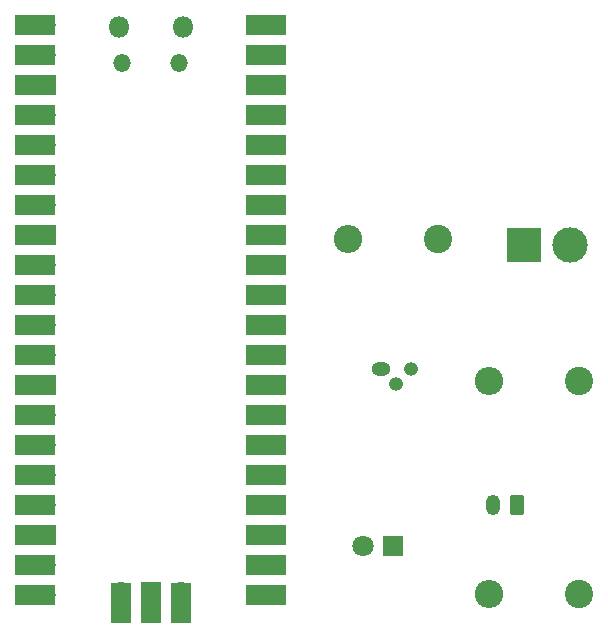
<source format=gbr>
%TF.GenerationSoftware,KiCad,Pcbnew,8.0.1*%
%TF.CreationDate,2024-03-28T11:07:15-03:00*%
%TF.ProjectId,agora vai,61676f72-6120-4766-9169-2e6b69636164,rev?*%
%TF.SameCoordinates,Original*%
%TF.FileFunction,Soldermask,Top*%
%TF.FilePolarity,Negative*%
%FSLAX46Y46*%
G04 Gerber Fmt 4.6, Leading zero omitted, Abs format (unit mm)*
G04 Created by KiCad (PCBNEW 8.0.1) date 2024-03-28 11:07:15*
%MOMM*%
%LPD*%
G01*
G04 APERTURE LIST*
G04 Aperture macros list*
%AMRoundRect*
0 Rectangle with rounded corners*
0 $1 Rounding radius*
0 $2 $3 $4 $5 $6 $7 $8 $9 X,Y pos of 4 corners*
0 Add a 4 corners polygon primitive as box body*
4,1,4,$2,$3,$4,$5,$6,$7,$8,$9,$2,$3,0*
0 Add four circle primitives for the rounded corners*
1,1,$1+$1,$2,$3*
1,1,$1+$1,$4,$5*
1,1,$1+$1,$6,$7*
1,1,$1+$1,$8,$9*
0 Add four rect primitives between the rounded corners*
20,1,$1+$1,$2,$3,$4,$5,0*
20,1,$1+$1,$4,$5,$6,$7,0*
20,1,$1+$1,$6,$7,$8,$9,0*
20,1,$1+$1,$8,$9,$2,$3,0*%
G04 Aperture macros list end*
%ADD10R,1.800000X1.800000*%
%ADD11C,1.800000*%
%ADD12O,1.600000X1.200000*%
%ADD13O,1.200000X1.200000*%
%ADD14C,2.400000*%
%ADD15O,2.400000X2.400000*%
%ADD16O,1.200000X1.750000*%
%ADD17RoundRect,0.250000X0.350000X0.625000X-0.350000X0.625000X-0.350000X-0.625000X0.350000X-0.625000X0*%
%ADD18O,1.800000X1.800000*%
%ADD19O,1.500000X1.500000*%
%ADD20O,1.700000X1.700000*%
%ADD21R,3.500000X1.700000*%
%ADD22R,1.700000X1.700000*%
%ADD23R,1.700000X3.500000*%
%ADD24C,3.000000*%
%ADD25R,3.000000X3.000000*%
G04 APERTURE END LIST*
D10*
%TO.C,D1*%
X131540000Y-119000000D03*
D11*
X129000000Y-119000000D03*
%TD*%
D12*
%TO.C,Q1*%
X130460000Y-104000000D03*
D13*
X131730000Y-105270000D03*
X133000000Y-104000000D03*
%TD*%
D14*
%TO.C,R1*%
X135285000Y-93000000D03*
D15*
X127665000Y-93000000D03*
%TD*%
D14*
%TO.C,R2*%
X147285000Y-123000000D03*
D15*
X139665000Y-123000000D03*
%TD*%
D16*
%TO.C,J2*%
X140000000Y-115500000D03*
D17*
X142000000Y-115500000D03*
%TD*%
D18*
%TO.C,REF\u002A\u002A*%
X108275000Y-75000000D03*
D19*
X108575000Y-78030000D03*
X113425000Y-78030000D03*
D18*
X113725000Y-75000000D03*
D20*
X102110000Y-74870000D03*
D21*
X101210000Y-74870000D03*
D20*
X102110000Y-77410000D03*
D21*
X101210000Y-77410000D03*
D22*
X102110000Y-79950000D03*
D21*
X101210000Y-79950000D03*
D20*
X102110000Y-82490000D03*
D21*
X101210000Y-82490000D03*
D20*
X102110000Y-85030000D03*
D21*
X101210000Y-85030000D03*
D20*
X102110000Y-87570000D03*
D21*
X101210000Y-87570000D03*
D20*
X102110000Y-90110000D03*
D21*
X101210000Y-90110000D03*
D22*
X102110000Y-92650000D03*
D21*
X101210000Y-92650000D03*
D20*
X102110000Y-95190000D03*
D21*
X101210000Y-95190000D03*
D20*
X102110000Y-97730000D03*
D21*
X101210000Y-97730000D03*
D20*
X102110000Y-100270000D03*
D21*
X101210000Y-100270000D03*
D20*
X102110000Y-102810000D03*
D21*
X101210000Y-102810000D03*
D22*
X102110000Y-105350000D03*
D21*
X101210000Y-105350000D03*
D20*
X102110000Y-107890000D03*
D21*
X101210000Y-107890000D03*
D20*
X102110000Y-110430000D03*
D21*
X101210000Y-110430000D03*
D20*
X102110000Y-112970000D03*
D21*
X101210000Y-112970000D03*
D20*
X102110000Y-115510000D03*
D21*
X101210000Y-115510000D03*
D22*
X102110000Y-118050000D03*
D21*
X101210000Y-118050000D03*
D20*
X102110000Y-120590000D03*
D21*
X101210000Y-120590000D03*
D20*
X102110000Y-123130000D03*
D21*
X101210000Y-123130000D03*
D20*
X119890000Y-123130000D03*
D21*
X120790000Y-123130000D03*
D20*
X119890000Y-120590000D03*
D21*
X120790000Y-120590000D03*
D22*
X119890000Y-118050000D03*
D21*
X120790000Y-118050000D03*
D20*
X119890000Y-115510000D03*
D21*
X120790000Y-115510000D03*
D20*
X119890000Y-112970000D03*
D21*
X120790000Y-112970000D03*
D20*
X119890000Y-110430000D03*
D21*
X120790000Y-110430000D03*
D20*
X119890000Y-107890000D03*
D21*
X120790000Y-107890000D03*
D22*
X119890000Y-105350000D03*
D21*
X120790000Y-105350000D03*
D20*
X119890000Y-102810000D03*
D21*
X120790000Y-102810000D03*
D20*
X119890000Y-100270000D03*
D21*
X120790000Y-100270000D03*
D20*
X119890000Y-97730000D03*
D21*
X120790000Y-97730000D03*
D20*
X119890000Y-95190000D03*
D21*
X120790000Y-95190000D03*
D22*
X119890000Y-92650000D03*
D21*
X120790000Y-92650000D03*
D20*
X119890000Y-90110000D03*
D21*
X120790000Y-90110000D03*
D20*
X119890000Y-87570000D03*
D21*
X120790000Y-87570000D03*
D20*
X119890000Y-85030000D03*
D21*
X120790000Y-85030000D03*
D20*
X119890000Y-82490000D03*
D21*
X120790000Y-82490000D03*
D22*
X119890000Y-79950000D03*
D21*
X120790000Y-79950000D03*
D20*
X119890000Y-77410000D03*
D21*
X120790000Y-77410000D03*
D20*
X119890000Y-74870000D03*
D21*
X120790000Y-74870000D03*
D20*
X108460000Y-122900000D03*
D23*
X108460000Y-123800000D03*
D22*
X111000000Y-122900000D03*
D23*
X111000000Y-123800000D03*
D20*
X113540000Y-122900000D03*
D23*
X113540000Y-123800000D03*
%TD*%
D24*
%TO.C,J1*%
X146500000Y-93500000D03*
D25*
X142620000Y-93500000D03*
%TD*%
D14*
%TO.C,R3*%
X147285000Y-105000000D03*
D15*
X139665000Y-105000000D03*
%TD*%
M02*

</source>
